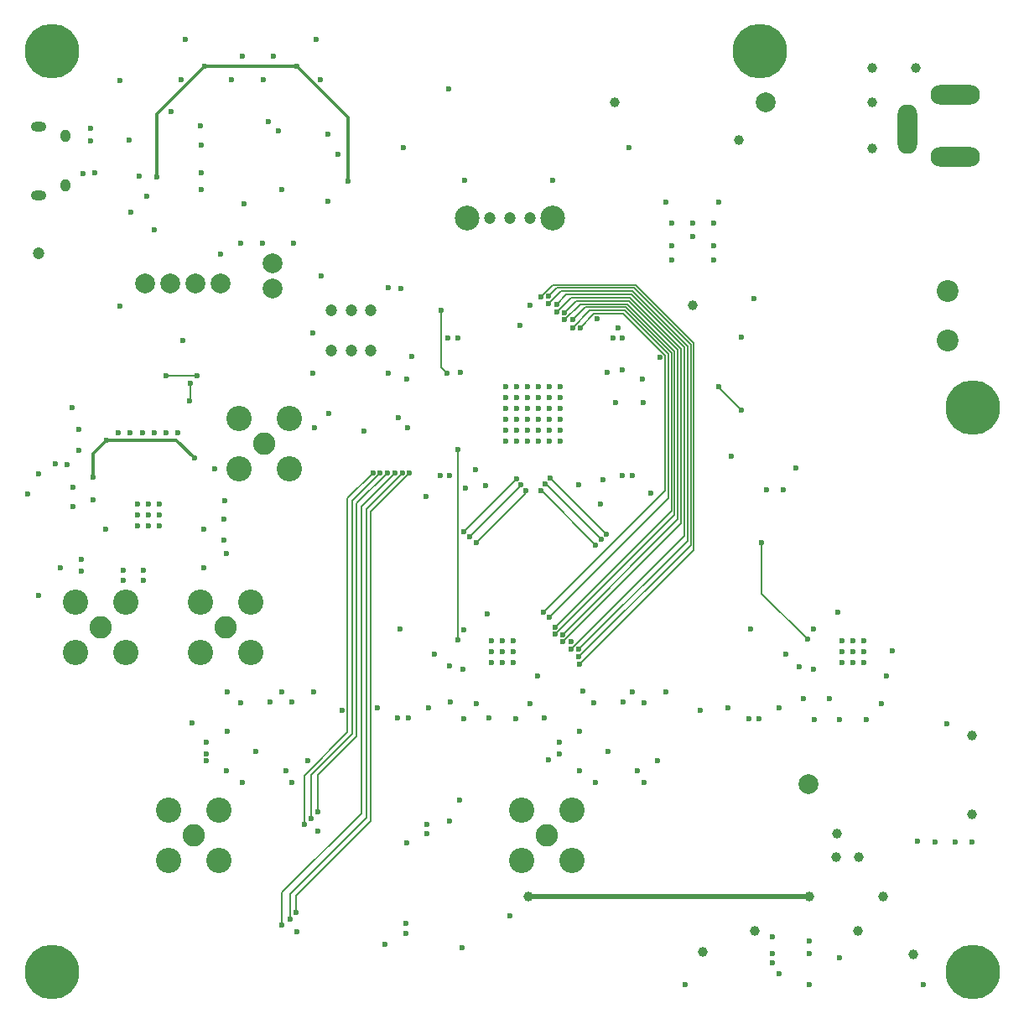
<source format=gbl>
G04*
G04 #@! TF.GenerationSoftware,Altium Limited,Altium Designer,21.8.1 (53)*
G04*
G04 Layer_Physical_Order=4*
G04 Layer_Color=16711680*
%FSLAX44Y44*%
%MOMM*%
G71*
G04*
G04 #@! TF.SameCoordinates,6CD9B284-D185-4371-BAE9-4CCCACD555D3*
G04*
G04*
G04 #@! TF.FilePolarity,Positive*
G04*
G01*
G75*
%ADD13C,0.2000*%
%ADD134C,0.3000*%
%ADD136C,0.5000*%
%ADD138C,5.5000*%
%ADD139C,2.5500*%
%ADD140C,2.2500*%
%ADD141C,1.2000*%
%ADD142C,2.5000*%
%ADD143O,1.5500X1.0000*%
%ADD144O,1.0000X1.3000*%
%ADD145C,2.0000*%
%ADD146O,5.0000X2.0000*%
%ADD147O,2.0000X5.0000*%
%ADD148C,2.2000*%
%ADD149C,0.6000*%
%ADD150C,1.0000*%
D13*
X267759Y82577D02*
Y115462D01*
X275467Y114233D02*
X352482Y191248D01*
X275467Y89077D02*
Y114233D01*
X281923Y112039D02*
X357285Y187400D01*
X281923Y95365D02*
Y112039D01*
X451151Y480066D02*
X504335Y533251D01*
X752000Y417480D02*
Y468500D01*
Y417480D02*
X798402Y371079D01*
X450876Y480066D02*
X451151D01*
X444904Y371054D02*
Y563159D01*
X444859Y371009D02*
X444904Y371054D01*
X457328Y474551D02*
Y474958D01*
X508930Y526560D01*
Y526968D01*
X512655Y517754D02*
Y521104D01*
X512948Y521398D01*
X463901Y469001D02*
X512655Y517754D01*
X357285Y187400D02*
Y500356D01*
X352482Y191248D02*
Y502828D01*
X347533Y195236D02*
Y505303D01*
X267759Y115462D02*
X347533Y195236D01*
X297370Y190469D02*
Y234637D01*
X338290Y275557D02*
Y510859D01*
X297370Y234637D02*
X338290Y275557D01*
X333379Y277288D02*
Y513372D01*
X289965Y233874D02*
X333379Y277288D01*
X289965Y183969D02*
Y233874D01*
X352482Y502828D02*
X388900Y539246D01*
X347533Y505303D02*
X381564Y539335D01*
X388900Y539246D02*
Y539396D01*
X374006Y539275D02*
Y539335D01*
X366642Y539211D02*
Y539335D01*
X343072Y273216D02*
Y508341D01*
X304048Y196969D02*
Y234192D01*
X338290Y510859D02*
X366642Y539211D01*
X333379Y513372D02*
X359342Y539335D01*
X304048Y234192D02*
X343072Y273216D01*
X357285Y500356D02*
X396264Y539335D01*
X343072Y508341D02*
X374006Y539275D01*
X174707Y612506D02*
Y629025D01*
X174412Y612211D02*
X174707Y612506D01*
X538235Y534251D02*
X595009Y477477D01*
X595030D01*
X529511Y520926D02*
X583862Y466574D01*
X529204Y520926D02*
X529511D01*
X583862Y466574D02*
X584169D01*
X533840Y527968D02*
X589684Y472124D01*
X533569Y527968D02*
X533840D01*
X589684Y472124D02*
X589955D01*
X537889Y534251D02*
X538235D01*
X504335Y533251D02*
X504610D01*
X428244Y645713D02*
Y703272D01*
Y645713D02*
X433750Y640206D01*
X174707Y629025D02*
X175002Y629320D01*
X150409Y637000D02*
X182163D01*
X550734Y368601D02*
X670424Y488291D01*
X550665Y368601D02*
X550734D01*
X614849Y706377D02*
X660674Y660553D01*
X657424Y513424D02*
Y659207D01*
X537500Y393500D02*
X657424Y513424D01*
X667174Y492465D02*
Y663245D01*
X663924Y496640D02*
Y661899D01*
X654174Y521674D02*
Y657860D01*
X660674Y500815D02*
Y660553D01*
X616195Y709627D02*
X663924Y661899D01*
X543430Y376146D02*
X663924Y496640D01*
X550665Y375957D02*
X667174Y492465D01*
X617542Y712877D02*
X667174Y663245D01*
X531500Y399000D02*
X654174Y521674D01*
X620234Y719377D02*
X673674Y665937D01*
Y475575D02*
Y665937D01*
X680174Y466475D02*
Y668630D01*
X683424Y461608D02*
Y669976D01*
X567420Y361146D02*
X676924Y470650D01*
Y667284D01*
X621580Y722627D02*
X676924Y667284D01*
X559245Y361146D02*
X673674Y475575D01*
X567434Y353736D02*
X680174Y466475D01*
X622926Y725877D02*
X680174Y668630D01*
X624272Y729127D02*
X683424Y669976D01*
X567843Y346027D02*
X683424Y461608D01*
X540717Y729127D02*
X624272D01*
X528833Y717243D02*
X540717Y729127D01*
X536567Y717521D02*
X544924Y725877D01*
X622926D01*
X536697Y709803D02*
X549521Y722627D01*
X621580D01*
X554647Y719377D02*
X620234D01*
X544897Y709627D02*
X554647Y719377D01*
X564308Y712877D02*
X617542D01*
X552616Y701184D02*
X564308Y712877D01*
X568483Y709627D02*
X616195D01*
X552703Y693847D02*
X568483Y709627D01*
X543307Y376146D02*
X543430D01*
X573489Y706377D02*
X614849D01*
X560959Y693847D02*
X573489Y706377D01*
X543281Y383422D02*
X660674Y500815D01*
X578124Y703127D02*
X613503D01*
X560848Y685851D02*
X578124Y703127D01*
X613503D02*
X657424Y659207D01*
X582509Y699877D02*
X612157D01*
X568483Y685851D02*
X582509Y699877D01*
X612157D02*
X654174Y657860D01*
X544897Y701502D02*
X559522Y716127D01*
X618888D01*
X670424Y488291D02*
Y664591D01*
X618888Y716127D02*
X670424Y664591D01*
X708273Y625539D02*
X731012Y602800D01*
X708273Y625539D02*
Y626053D01*
X731012Y602800D02*
X731450D01*
D134*
X334400Y834000D02*
X334483Y834083D01*
Y898194D01*
X76936Y535187D02*
Y558886D01*
X90416Y572366D02*
X160914D01*
X76936Y558886D02*
X90416Y572366D01*
X160914Y572366D02*
X179217Y554063D01*
X140933Y838207D02*
Y901806D01*
X189077Y949950D01*
X282727D01*
X334483Y898194D01*
D136*
X516240Y111760D02*
X800089D01*
D138*
X965000Y605000D02*
D03*
X35000Y965000D02*
D03*
X750000D02*
D03*
X35000Y35000D02*
D03*
X965000D02*
D03*
D139*
X109515Y408622D02*
D03*
Y357822D02*
D03*
X58715D02*
D03*
Y408622D02*
D03*
X236315D02*
D03*
Y357822D02*
D03*
X185515D02*
D03*
Y408622D02*
D03*
X152970Y198700D02*
D03*
Y147900D02*
D03*
X203770D02*
D03*
Y198700D02*
D03*
X559910Y198585D02*
D03*
X509110D02*
D03*
Y147785D02*
D03*
X559910D02*
D03*
X274821Y593900D02*
D03*
Y543100D02*
D03*
X224021D02*
D03*
Y593900D02*
D03*
D140*
X84115Y383222D02*
D03*
X210915D02*
D03*
X178370Y173300D02*
D03*
X534510Y173185D02*
D03*
X249421Y568500D02*
D03*
D141*
X497539Y796811D02*
D03*
X477539D02*
D03*
X517539D02*
D03*
X317225Y703098D02*
D03*
X337225D02*
D03*
X357225D02*
D03*
Y662468D02*
D03*
X337225D02*
D03*
X317225D02*
D03*
X21502Y760551D02*
D03*
D142*
X541039Y796811D02*
D03*
X454039D02*
D03*
D143*
X21502Y889170D02*
D03*
Y819170D02*
D03*
D144*
X48502Y829170D02*
D03*
Y879170D02*
D03*
D145*
X154817Y730832D02*
D03*
X129417D02*
D03*
X205617D02*
D03*
X180217D02*
D03*
X257925Y725086D02*
D03*
Y750486D02*
D03*
X799063Y224965D02*
D03*
X755510Y912979D02*
D03*
D146*
X947328Y858039D02*
D03*
Y921039D02*
D03*
D147*
X899329Y886039D02*
D03*
D148*
X939750Y673250D02*
D03*
Y723250D02*
D03*
D149*
X143512Y485828D02*
D03*
X132512D02*
D03*
X121512D02*
D03*
X143512Y496828D02*
D03*
X132512D02*
D03*
X121512D02*
D03*
X143512Y507828D02*
D03*
X132512D02*
D03*
X121512D02*
D03*
X240874Y258067D02*
D03*
X597013Y257948D02*
D03*
X500993Y369646D02*
D03*
Y358646D02*
D03*
Y347646D02*
D03*
X489993Y369646D02*
D03*
Y358646D02*
D03*
Y347646D02*
D03*
X478993Y369646D02*
D03*
Y358646D02*
D03*
Y347646D02*
D03*
X855111Y369527D02*
D03*
Y358527D02*
D03*
Y347527D02*
D03*
X844111Y369527D02*
D03*
Y358527D02*
D03*
Y347527D02*
D03*
X833111Y369527D02*
D03*
Y358527D02*
D03*
Y347527D02*
D03*
X89416Y482562D02*
D03*
X493745Y626000D02*
D03*
X504745D02*
D03*
X515745D02*
D03*
X526745D02*
D03*
X537745D02*
D03*
X548745D02*
D03*
X493745Y615000D02*
D03*
X504745D02*
D03*
X515745D02*
D03*
X526745D02*
D03*
X537745D02*
D03*
X548745D02*
D03*
X493745Y604000D02*
D03*
X504745D02*
D03*
X515745D02*
D03*
X526745D02*
D03*
X537745D02*
D03*
X548745D02*
D03*
X493745Y593000D02*
D03*
X504745D02*
D03*
X515745D02*
D03*
X526745D02*
D03*
X537745D02*
D03*
X548745D02*
D03*
X493745Y582000D02*
D03*
X504745D02*
D03*
X515745D02*
D03*
X526745D02*
D03*
X537745D02*
D03*
X548745D02*
D03*
X493745Y571000D02*
D03*
X504745D02*
D03*
X515745D02*
D03*
X526745D02*
D03*
X537745D02*
D03*
X548745D02*
D03*
X798402Y371079D02*
D03*
X450876Y480066D02*
D03*
X451099Y380586D02*
D03*
X267000Y318500D02*
D03*
X255891Y307682D02*
D03*
X457328Y474551D02*
D03*
X830766Y290610D02*
D03*
X508930Y526968D02*
D03*
X513420Y520926D02*
D03*
X567420Y527473D02*
D03*
X532592Y291554D02*
D03*
X536778Y249450D02*
D03*
X212000Y278750D02*
D03*
X271920Y238170D02*
D03*
X769000Y33250D02*
D03*
X762500Y44500D02*
D03*
X762401Y53721D02*
D03*
X830766Y49547D02*
D03*
X762401Y70875D02*
D03*
X708273Y812750D02*
D03*
X654699D02*
D03*
X703250Y754028D02*
D03*
X661250D02*
D03*
X682250Y777500D02*
D03*
X661250Y768590D02*
D03*
X703250D02*
D03*
Y791264D02*
D03*
X661250D02*
D03*
X682250Y791184D02*
D03*
X618226Y867216D02*
D03*
X497281Y92175D02*
D03*
X633467Y226757D02*
D03*
X388900Y539396D02*
D03*
X267759Y82577D02*
D03*
X359342Y539335D02*
D03*
X275467Y89077D02*
D03*
X366642Y539335D02*
D03*
X281923Y95365D02*
D03*
X374006Y539335D02*
D03*
X289965Y183969D02*
D03*
X381564Y539335D02*
D03*
X297370Y190469D02*
D03*
X304048Y196969D02*
D03*
X396264Y539335D02*
D03*
X371853Y63712D02*
D03*
X393283Y165762D02*
D03*
X277325Y226750D02*
D03*
X646750Y249000D02*
D03*
X626250Y238158D02*
D03*
X293920Y248876D02*
D03*
X413768Y184524D02*
D03*
X447000Y209262D02*
D03*
X282628Y76077D02*
D03*
X392363Y74062D02*
D03*
Y84562D02*
D03*
X938750Y285750D02*
D03*
X674510Y22740D02*
D03*
X915007D02*
D03*
X947000Y167013D02*
D03*
X927250D02*
D03*
X908750Y167125D02*
D03*
X964250Y167013D02*
D03*
X655499Y318516D02*
D03*
X463939Y306615D02*
D03*
X437173Y307582D02*
D03*
X800089Y22741D02*
D03*
X174412Y612211D02*
D03*
X799663Y66375D02*
D03*
Y53721D02*
D03*
X518250Y306615D02*
D03*
X633467Y307462D02*
D03*
X611953Y307582D02*
D03*
X582013Y307204D02*
D03*
X277451Y307572D02*
D03*
X225874Y307323D02*
D03*
X690000Y299250D02*
D03*
X363840Y301924D02*
D03*
X384421Y291500D02*
D03*
X394936D02*
D03*
X415396Y301924D02*
D03*
X386421Y381556D02*
D03*
X212248Y318500D02*
D03*
X11057Y518028D02*
D03*
X21638Y538447D02*
D03*
X300750Y584744D02*
D03*
X503248Y290729D02*
D03*
X595030Y477477D02*
D03*
X740539Y381437D02*
D03*
X472867Y526363D02*
D03*
X529204Y520926D02*
D03*
X537889Y534251D02*
D03*
X533569Y527968D02*
D03*
X504610Y533251D02*
D03*
X437000Y344000D02*
D03*
X387266Y725408D02*
D03*
X375260Y725827D02*
D03*
X298382Y680771D02*
D03*
X428244Y703272D02*
D03*
X298382Y640206D02*
D03*
X334400Y834000D02*
D03*
X435500Y926750D02*
D03*
X248269Y770821D02*
D03*
X175002Y629320D02*
D03*
X176454Y286817D02*
D03*
X394769Y584972D02*
D03*
X107194Y431132D02*
D03*
X127613Y430868D02*
D03*
X304048Y177469D02*
D03*
X349976Y581762D02*
D03*
X191456Y248355D02*
D03*
X191515Y255317D02*
D03*
X547825Y255105D02*
D03*
X444859Y371009D02*
D03*
X463901Y469001D02*
D03*
X475078Y396701D02*
D03*
X444904Y563159D02*
D03*
X453035Y524065D02*
D03*
X589955Y472124D02*
D03*
X584169Y466574D02*
D03*
X528833Y717243D02*
D03*
X567843Y346027D02*
D03*
X536567Y717521D02*
D03*
X567434Y353736D02*
D03*
X536697Y709803D02*
D03*
X567420Y361146D02*
D03*
X544897Y709627D02*
D03*
X559245Y361146D02*
D03*
X552616Y701184D02*
D03*
X550665Y375957D02*
D03*
X552703Y693847D02*
D03*
X543307Y376146D02*
D03*
X560959Y693847D02*
D03*
X543281Y383422D02*
D03*
X560848Y685851D02*
D03*
X537500Y393500D02*
D03*
X568483Y685851D02*
D03*
X531500Y399000D02*
D03*
X559245Y368601D02*
D03*
X550665D02*
D03*
X878000Y334000D02*
D03*
X525750Y334500D02*
D03*
X544897Y701502D02*
D03*
X640070Y519070D02*
D03*
X708273Y626053D02*
D03*
X603918Y610589D02*
D03*
X210172Y511582D02*
D03*
X462896Y542598D02*
D03*
X55938Y605025D02*
D03*
X437036Y536211D02*
D03*
X427155Y536211D02*
D03*
X449751Y59612D02*
D03*
X437051Y187462D02*
D03*
X299750Y318500D02*
D03*
X384707Y595150D02*
D03*
X314703Y599343D02*
D03*
X21731Y415767D02*
D03*
X162511Y579892D02*
D03*
X211858Y457695D02*
D03*
X208848Y492799D02*
D03*
Y471562D02*
D03*
X199643Y543489D02*
D03*
X188430Y482218D02*
D03*
Y443327D02*
D03*
X179217Y554063D02*
D03*
X150511Y579892D02*
D03*
X102511D02*
D03*
X114511D02*
D03*
X107101Y440947D02*
D03*
X127821D02*
D03*
X62212Y583502D02*
D03*
X126511Y579892D02*
D03*
X138511D02*
D03*
X90416Y572366D02*
D03*
X76936Y512105D02*
D03*
X76936Y535187D02*
D03*
X64858Y440197D02*
D03*
Y452191D02*
D03*
X62264Y561784D02*
D03*
X56808Y505269D02*
D03*
X56481Y524826D02*
D03*
X50464Y547695D02*
D03*
X43729Y443327D02*
D03*
X38426Y548631D02*
D03*
X632363Y610185D02*
D03*
X883567Y359536D02*
D03*
X717959Y301805D02*
D03*
X328000Y299750D02*
D03*
X571264Y318618D02*
D03*
X621470Y318500D02*
D03*
X567843Y278750D02*
D03*
X476165Y291500D02*
D03*
X450671Y290729D02*
D03*
X648924Y655686D02*
D03*
X586000Y694627D02*
D03*
X828954Y398520D02*
D03*
X601420Y675470D02*
D03*
X611470D02*
D03*
X631536Y634080D02*
D03*
X390500Y867250D02*
D03*
X507908Y688363D02*
D03*
X433750Y640206D02*
D03*
X412901Y515491D02*
D03*
X611288Y536211D02*
D03*
X306940Y737686D02*
D03*
X451539Y834561D02*
D03*
X541039D02*
D03*
X447750Y640500D02*
D03*
X595872D02*
D03*
X182163Y637000D02*
D03*
X150409D02*
D03*
X789957Y343250D02*
D03*
X752000Y468500D02*
D03*
X611318Y643166D02*
D03*
X721316Y555679D02*
D03*
X621470Y536211D02*
D03*
X738539Y291295D02*
D03*
X749054D02*
D03*
X324058Y860806D02*
D03*
X189077Y949950D02*
D03*
X216900Y936620D02*
D03*
X248407Y936620D02*
D03*
X254002Y893476D02*
D03*
X264002Y884920D02*
D03*
X282727Y949950D02*
D03*
X306097Y936620D02*
D03*
X313568Y881138D02*
D03*
X103706Y707533D02*
D03*
X115227Y802319D02*
D03*
X130933Y818795D02*
D03*
X138699Y784411D02*
D03*
X167409Y672840D02*
D03*
X185647Y824920D02*
D03*
X205485Y760322D02*
D03*
X225863Y770878D02*
D03*
X229002Y811276D02*
D03*
X267502Y824920D02*
D03*
X279355Y770878D02*
D03*
X313502Y813564D02*
D03*
X67058Y841170D02*
D03*
X74726Y874000D02*
D03*
Y887450D02*
D03*
X78197Y842471D02*
D03*
X103673Y934946D02*
D03*
X113204Y874921D02*
D03*
X123308Y839170D02*
D03*
X140933Y838207D02*
D03*
X155659Y904411D02*
D03*
X165977Y936620D02*
D03*
X184897Y889920D02*
D03*
X185647Y842421D02*
D03*
Y869920D02*
D03*
X302189Y976984D02*
D03*
X169611D02*
D03*
X259007Y959950D02*
D03*
X567843Y238261D02*
D03*
X804361Y341027D02*
D03*
X794296Y311059D02*
D03*
X803861Y382027D02*
D03*
X820296Y311059D02*
D03*
X775935Y356027D02*
D03*
X857366Y290610D02*
D03*
X872368Y306496D02*
D03*
X769514Y301805D02*
D03*
X804789Y290610D02*
D03*
X786745Y544293D02*
D03*
X756850Y522100D02*
D03*
X588780Y508194D02*
D03*
X773500Y522100D02*
D03*
X227587Y959950D02*
D03*
X375260Y639653D02*
D03*
X583790Y226757D02*
D03*
X547701Y267069D02*
D03*
X731450Y676066D02*
D03*
X744150Y714850D02*
D03*
X731450Y602800D02*
D03*
X421818Y356146D02*
D03*
X450243Y341146D02*
D03*
X413783Y175454D02*
D03*
X191562Y267188D02*
D03*
X211704Y238260D02*
D03*
X227651Y226876D02*
D03*
X393848Y634250D02*
D03*
X398848Y656902D02*
D03*
X435231Y675470D02*
D03*
X445496D02*
D03*
X517911Y708245D02*
D03*
X606442Y685896D02*
D03*
X591447Y532473D02*
D03*
D150*
X800089Y111760D02*
D03*
X907267Y947899D02*
D03*
X863700D02*
D03*
Y866598D02*
D03*
Y912950D02*
D03*
X964000Y274460D02*
D03*
X682250Y708644D02*
D03*
X728500Y875500D02*
D03*
X603800Y912950D02*
D03*
X874737Y111760D02*
D03*
X516240D02*
D03*
X827495Y175000D02*
D03*
X905250Y52875D02*
D03*
X850021Y151000D02*
D03*
X827000D02*
D03*
X848818Y76448D02*
D03*
X744948D02*
D03*
X692448Y55709D02*
D03*
X964000Y194710D02*
D03*
M02*

</source>
